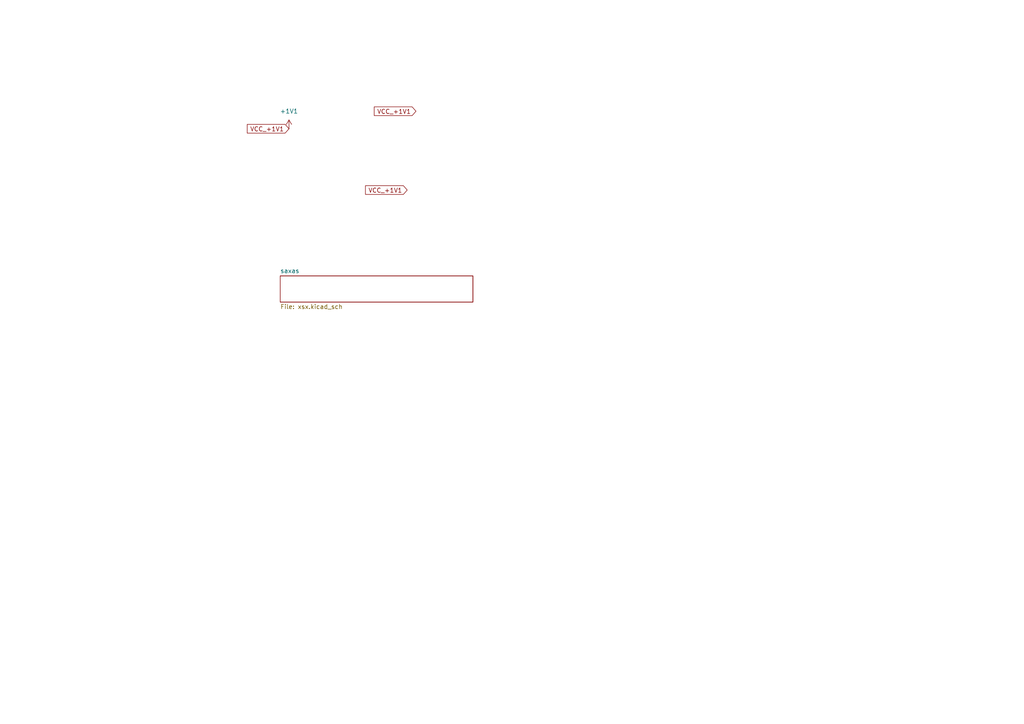
<source format=kicad_sch>
(kicad_sch (version 20231120) (generator "eeschema") (generator_version "8.0")
  (paper "A4")
  (lib_symbols
    (symbol "power:+1V1" (power) (pin_numbers hide) (pin_names (offset 0) hide)
      (property "Value" "+1V1" (at 0 3.556 0))
      (symbol "+1V1_0_1"
        (polyline (pts (xy -0.762 1.27) (xy 0 2.54)))
        (polyline (pts (xy 0 0) (xy 0 2.54)))
        (polyline (pts (xy 0 2.54) (xy 0.762 1.27)))
      )
      (symbol "+1V1_1_1"
        (pin power_in line (at 0 0 90) (length 0) (name "~") (number "1"))
      )
    )
    (symbol "power:+1V2" (power) (pin_numbers hide) (pin_names (offset 0) hide)
      (property "Value" "+1V2" (at 0 3.556 0))
      (symbol "+1V2_0_1"
        (polyline (pts (xy -0.762 1.27) (xy 0 2.54)))
        (polyline (pts (xy 0 0) (xy 0 2.54)))
        (polyline (pts (xy 0 2.54) (xy 0.762 1.27)))
      )
      (symbol "+1V2_1_1"
        (pin power_in line (at 0 0 90) (length 0) (name "~") (number "1"))
      )
    )
    (symbol "power:+2V5" (power) (pin_numbers hide) (pin_names (offset 0) hide)
      (property "Value" "+2V5" (at 0 3.556 0))
      (symbol "+2V5_0_1"
        (polyline (pts (xy -0.762 1.27) (xy 0 2.54)))
        (polyline (pts (xy 0 0) (xy 0 2.54)))
        (polyline (pts (xy 0 2.54) (xy 0.762 1.27)))
      )
      (symbol "+2V5_1_1"
        (pin power_in line (at 0 0 90) (length 0) (name "~") (number "1"))
      )
    )
    (symbol "power:+2V8" (power) (pin_numbers hide) (pin_names (offset 0) hide)
      (property "Value" "+2V8" (at 0 3.556 0))
      (symbol "+2V8_0_1"
        (polyline (pts (xy -0.762 1.27) (xy 0 2.54)))
        (polyline (pts (xy 0 0) (xy 0 2.54)))
        (polyline (pts (xy 0 2.54) (xy 0.762 1.27)))
      )
      (symbol "+2V8_1_1"
        (pin power_in line (at 0 0 90) (length 0) (name "~") (number "1"))
      )
    )
    (symbol "power:+5V" (power) (pin_numbers hide) (pin_names (offset 0) hide)
      (property "Value" "+5V" (at 0 3.556 0))
      (symbol "+5V_0_1"
        (polyline (pts (xy -0.762 1.27) (xy 0 2.54)))
        (polyline (pts (xy 0 0) (xy 0 2.54)))
        (polyline (pts (xy 0 2.54) (xy 0.762 1.27)))
      )
      (symbol "+5V_1_1"
        (pin power_in line (at 0 0 90) (length 0) (name "~") (number "1"))
      )
    )
  )
  (symbol (lib_id "power:+1V1") (at 83.82 37.3408 0) (unit 1)
    (property "Reference" "#PWR?" (effects (hide yes)))
    (property "Value" "+1V1" (at 83.82 32.2608 0))
    (property "Description" "Power symbol creates a global label with name \"+1V1\"" (effects (hide yes)))
  )
  (sheet (at 81.28 80.01) (size 55.88 7.62) (stroke (width 0.1524)) (fill (color 0 0 0 0.0))
    (property "Sheetname" "saxas" (at 81.28 79.2984 0) (effects (justify left bottom)))
    (property "Sheetfile" "xsx.kicad_sch" (at 81.28 88.2146 0) (effects (justify left top)))
  )
  (global_label "VCC_+1V1" (shape input) (at 120.65 32.2608 0) (property "Intersheetrefs" "${INTERSHEET_REFS}" (effects hide)))
  (global_label "VCC_+1V1" (shape input) (at 83.82 37.3408 0) (property "Intersheetrefs" "${INTERSHEET_REFS}" (effects hide)))
  (global_label "VCC_+1V1" (shape input) (at 118.11 55.1208 0) (property "Intersheetrefs" "${INTERSHEET_REFS}" (effects hide)))
)
</source>
